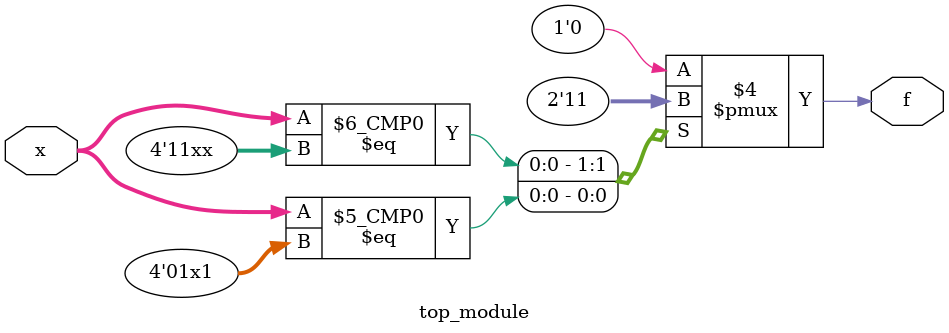
<source format=sv>
module top_module (
    input [4:1] x,
    output logic f
);
    always_comb begin
        case (x)
            4'b00xx: f = 0;  // 00 01 11 10
            4'b01x0: f = 0;  // 00 01 11 10
            4'b00x1,
            4'b11xx: f = 1; 
            4'b01x1: f = 1;
            4'b10x0: f = 0;
            default: f = 0;
        endcase
    end
endmodule

</source>
